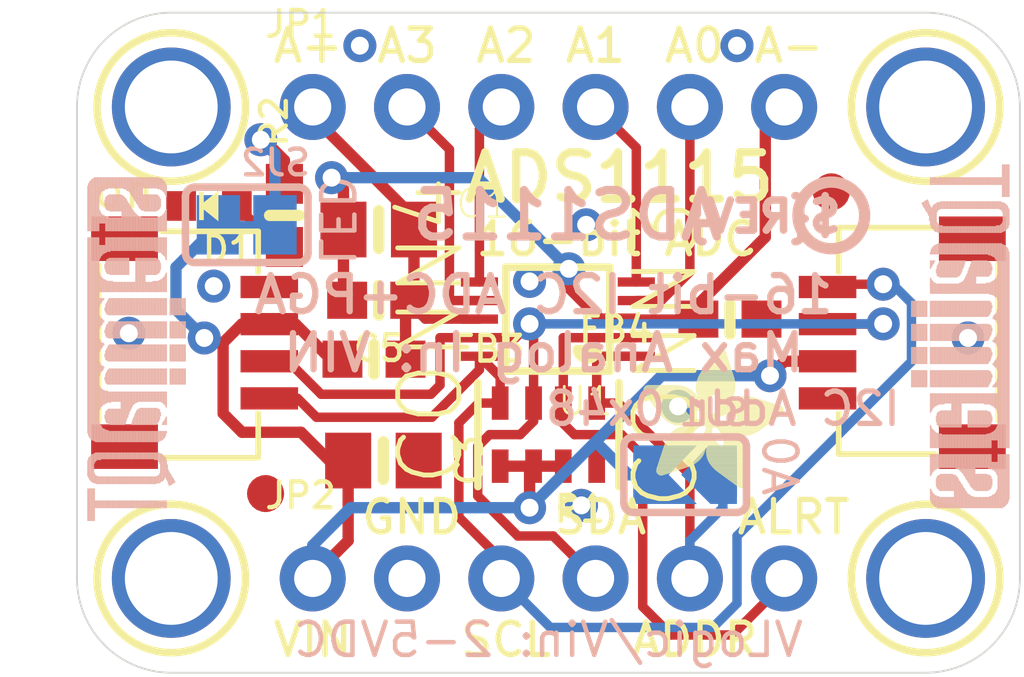
<source format=kicad_pcb>
(kicad_pcb (version 20240108) (generator "pcbnew") (generator_version "8.0")
  (layers (0 "F.Cu" signal) (31 "B.Cu" signal) (34 "B.Paste" user) (35 "F.Paste" user) (36 "B.SilkS" user "B.Silkscreen") (37 "F.SilkS" user "F.Silkscreen") (38 "B.Mask" user) (39 "F.Mask" user) (44 "Edge.Cuts" user))
  (net 0 "")
  (net 1 "GND")
  (net 2 "SCL")
  (net 3 "SDA")
  (net 4 "ADDR")
  (net 5 "ALERT")
  (net 6 "AIN0")
  (net 7 "AIN1")
  (net 8 "AIN2")
  (net 9 "AIN3")
  (net 10 "VCC")
  (net 11 "N$3")
  (net 12 "AVDD")
  (net 13 "AGND")
  (net 14 "N$1")
  (footprint "Adafruit ADS1115 ADC STEMMA QT:1X06_ROUND_70" (layer "F.Cu") (at 148.5011 98.6536)
    (property "Reference" "JP1" (at -7.6962 -1.8288 0) (layer "F.SilkS") (effects (font (size 0.692831 0.692831) (thickness 0.119969)) (justify left bottom)))
    (property "Value" "")
    (pad "1" thru_hole circle (at -6.35 0 90) (size 1.778 1.778) (drill 1) (layers "*.Cu" "*.Mask") (net 12 "AVDD"))
    (pad "2" thru_hole circle (at -3.81 0 90) (size 1.778 1.778) (drill 1) (layers "*.Cu" "*.Mask") (net 9 "AIN3"))
    (pad "3" thru_hole circle (at -1.27 0 90) (size 1.778 1.778) (drill 1) (layers "*.Cu" "*.Mask") (net 8 "AIN2"))
    (pad "4" thru_hole circle (at 1.27 0 90) (size 1.778 1.778) (drill 1) (layers "*.Cu" "*.Mask") (net 7 "AIN1"))
    (pad "5" thru_hole circle (at 3.81 0 90) (size 1.778 1.778) (drill 1) (layers "*.Cu" "*.Mask") (net 6 "AIN0"))
    (pad "6" thru_hole circle (at 6.35 0 90) (size 1.778 1.778) (drill 1) (layers "*.Cu" "*.Mask") (net 13 "AGND"))
  )
  (footprint "Adafruit ADS1115 ADC STEMMA QT:MOUNTINGHOLE_2.5_PLATED" (layer "F.Cu") (at 158.6611 111.3536)
    (property "Reference" "U$30" (hide yes))
    (property "Value" "MOUNTINGHOLE2.5" (hide yes))
    (pad "P$1" thru_hole circle (at 0 0) (size 3.2 3.2) (drill 2.5) (layers "*.Cu" "*.Mask"))
  )
  (footprint "Adafruit ADS1115 ADC STEMMA QT:0603-NO" (layer "F.Cu") (at 141.3891 101.5746 90)
    (property "Reference" "R2" (at 1.778 0.127 90) (layer "F.SilkS") (effects (font (size 0.692831 0.692831) (thickness 0.119969)) (justify left bottom)))
    (property "Value" "10K")
    (pad "1" smd rect (at -0.85 0 90) (size 1.075 1) (layers "F.Cu" "F.Paste" "F.Mask") (net 11 "N$3"))
    (pad "2" smd rect (at 0.85 0 90) (size 1.075 1) (layers "F.Cu" "F.Paste" "F.Mask") (net 14 "N$1"))
  )
  (footprint "Adafruit ADS1115 ADC STEMMA QT:0603-NO" (layer "F.Cu") (at 143.9291 103.8606 180)
    (property "Reference" "C5" (at -0.762 -0.889 0) (layer "F.SilkS") (effects (font (size 0.692831 0.692831) (thickness 0.119969)) (justify right top)))
    (property "Value" "0.1uF")
    (pad "1" smd rect (at -0.85 0 180) (size 1.075 1) (layers "F.Cu" "F.Paste" "F.Mask") (net 12 "AVDD"))
    (pad "2" smd rect (at 0.85 0 180) (size 1.075 1) (layers "F.Cu" "F.Paste" "F.Mask") (net 13 "AGND"))
  )
  (footprint "Adafruit ADS1115 ADC STEMMA QT:0805-NO" (layer "F.Cu") (at 144.0561 108.1786)
    (property "Reference" "C3" (at 1.905 -0.762 90) (layer "F.SilkS") (effects (font (size 0.692831 0.692831) (thickness 0.119969)) (justify right top)))
    (property "Value" "10uF")
    (pad "1" smd rect (at -0.95 0) (size 1.24 1.5) (layers "F.Cu" "F.Paste" "F.Mask") (net 10 "VCC"))
    (pad "2" smd rect (at 0.95 0) (size 1.24 1.5) (layers "F.Cu" "F.Paste" "F.Mask") (net 1 "GND"))
  )
  (footprint "Adafruit ADS1115 ADC STEMMA QT:0603-NO" (layer "F.Cu") (at 153.3906 104.3686 180)
    (property "Reference" "FB4" (at 2.032 0.127 0) (layer "F.SilkS") (effects (font (size 0.692831 0.692831) (thickness 0.119969)) (justify right top)))
    (property "Value" "FERRITE")
    (pad "1" smd rect (at -0.85 0 180) (size 1.075 1) (layers "F.Cu" "F.Paste" "F.Mask") (net 1 "GND"))
    (pad "2" smd rect (at 0.85 0 180) (size 1.075 1) (layers "F.Cu" "F.Paste" "F.Mask") (net 13 "AGND"))
  )
  (footprint "Adafruit ADS1115 ADC STEMMA QT:CHIPLED_0603_NOOUTLINE" (layer "F.Cu") (at 139.3571 101.3206 90)
    (property "Reference" "D1" (at -0.762 1.27 0) (layer "F.SilkS") (effects (font (size 0.692831 0.692831) (thickness 0.119969)) (justify right top)))
    (property "Value" "GREEN")
    (pad "A" smd rect (at 0 0.75 90) (size 0.8 0.8) (layers "F.Cu" "F.Paste" "F.Mask") (net 11 "N$3"))
    (pad "C" smd rect (at 0 -0.75 90) (size 0.8 0.8) (layers "F.Cu" "F.Paste" "F.Mask") (net 1 "GND"))
  )
  (footprint "Adafruit ADS1115 ADC STEMMA QT:FIDUCIAL_1MM" (layer "F.Cu") (at 140.8811 109.0676)
    (property "Reference" "FID3" (hide yes))
    (property "Value" "FIDUCIAL_1MM" (hide yes))
    (pad "1" smd roundrect (at 0 0) (size 1 1) (layers "F.Cu" "F.Mask") (roundrect_rratio 0.5))
  )
  (footprint "Adafruit ADS1115 ADC STEMMA QT:MOUNTINGHOLE_2.5_PLATED" (layer "F.Cu") (at 138.3411 111.3536)
    (property "Reference" "U$29" (hide yes))
    (property "Value" "MOUNTINGHOLE2.5" (hide yes))
    (pad "P$1" thru_hole circle (at 0 0) (size 3.2 3.2) (drill 2.5) (layers "*.Cu" "*.Mask"))
  )
  (footprint "Adafruit ADS1115 ADC STEMMA QT:JST_SH4" (layer "F.Cu") (at 138.4681 105.0036 -90)
    (property "Reference" "CONN4" (at -4.6 -5.9 90) (layer "F.SilkS") (effects (font (size 1.647139 1.647139) (thickness 0.130861)) (justify right top)))
    (property "Value" "STEMMA_I2C_QT" (hide yes))
    (pad "1" smd rect (at -1.5 -2.514) (size 1.55 0.6) (layers "F.Cu" "F.Paste" "F.Mask") (net 1 "GND"))
    (pad "2" smd rect (at -0.5 -2.514) (size 1.55 0.6) (layers "F.Cu" "F.Paste" "F.Mask") (net 10 "VCC"))
    (pad "3" smd rect (at 0.5 -2.514) (size 1.55 0.6) (layers "F.Cu" "F.Paste" "F.Mask") (net 3 "SDA"))
    (pad "4" smd rect (at 1.5 -2.514) (size 1.55 0.6) (layers "F.Cu" "F.Paste" "F.Mask") (net 2 "SCL"))
    (pad "MT1" smd rect (at -2.8 1.386) (size 1.8 1.2) (layers "F.Cu" "F.Paste" "F.Mask") (net 1 "GND"))
    (pad "MT2" smd rect (at 2.8 1.386) (size 1.8 1.2) (layers "F.Cu" "F.Paste" "F.Mask") (net 1 "GND"))
  )
  (footprint "Adafruit ADS1115 ADC STEMMA QT:0603-NO" (layer "F.Cu") (at 143.8021 105.4481)
    (property "Reference" "FB3" (at 2.032 0.127 0) (layer "F.SilkS") (effects (font (size 0.692831 0.692831) (thickness 0.119969)) (justify left bottom)))
    (property "Value" "FERRITE")
    (pad "1" smd rect (at -0.85 0) (size 1.075 1) (layers "F.Cu" "F.Paste" "F.Mask") (net 10 "VCC"))
    (pad "2" smd rect (at 0.85 0) (size 1.075 1) (layers "F.Cu" "F.Paste" "F.Mask") (net 12 "AVDD"))
  )
  (footprint "Adafruit ADS1115 ADC STEMMA QT:MOUNTINGHOLE_2.5_PLATED" (layer "F.Cu") (at 158.6611 98.6536)
    (property "Reference" "U$27" (hide yes))
    (property "Value" "MOUNTINGHOLE2.5" (hide yes))
    (pad "P$1" thru_hole circle (at 0 0) (size 3.2 3.2) (drill 2.5) (layers "*.Cu" "*.Mask"))
  )
  (footprint "Adafruit ADS1115 ADC STEMMA QT:1X06_ROUND_70" (layer "F.Cu") (at 148.5011 111.3536)
    (property "Reference" "JP2" (at -7.6962 -1.8288 0) (layer "F.SilkS") (effects (font (size 0.692831 0.692831) (thickness 0.119969)) (justify left bottom)))
    (property "Value" "")
    (pad "1" thru_hole circle (at -6.35 0 90) (size 1.778 1.778) (drill 1) (layers "*.Cu" "*.Mask") (net 10 "VCC"))
    (pad "2" thru_hole circle (at -3.81 0 90) (size 1.778 1.778) (drill 1) (layers "*.Cu" "*.Mask") (net 1 "GND"))
    (pad "3" thru_hole circle (at -1.27 0 90) (size 1.778 1.778) (drill 1) (layers "*.Cu" "*.Mask") (net 2 "SCL"))
    (pad "4" thru_hole circle (at 1.27 0 90) (size 1.778 1.778) (drill 1) (layers "*.Cu" "*.Mask") (net 3 "SDA"))
    (pad "5" thru_hole circle (at 3.81 0 90) (size 1.778 1.778) (drill 1) (layers "*.Cu" "*.Mask") (net 4 "ADDR"))
    (pad "6" thru_hole circle (at 6.35 0 90) (size 1.778 1.778) (drill 1) (layers "*.Cu" "*.Mask") (net 5 "ALERT"))
  )
  (footprint "Adafruit ADS1115 ADC STEMMA QT:0805-NO" (layer "F.Cu") (at 143.9291 101.9556)
    (property "Reference" "C1" (at 2.032 -0.254 0) (layer "F.SilkS") (effects (font (size 0.75948 0.75948) (thickness 0.05332)) (justify left bottom)))
    (property "Value" "10µF")
    (pad "1" smd rect (at -0.95 0) (size 1.24 1.5) (layers "F.Cu" "F.Paste" "F.Mask") (net 13 "AGND"))
    (pad "2" smd rect (at 0.95 0) (size 1.24 1.5) (layers "F.Cu" "F.Paste" "F.Mask") (net 12 "AVDD"))
  )
  (footprint "Adafruit ADS1115 ADC STEMMA QT:FIDUCIAL_1MM" (layer "F.Cu") (at 156.1211 100.9396)
    (property "Reference" "FID4" (hide yes))
    (property "Value" "FIDUCIAL_1MM" (hide yes))
    (pad "1" smd roundrect (at 0 0) (size 1 1) (layers "F.Cu" "F.Mask") (roundrect_rratio 0.5))
  )
  (footprint "Adafruit ADS1115 ADC STEMMA QT:MOUNTINGHOLE_2.5_PLATED" (layer "F.Cu") (at 138.3411 98.6536)
    (property "Reference" "U$25" (hide yes))
    (property "Value" "MOUNTINGHOLE2.5" (hide yes))
    (pad "P$1" thru_hole circle (at 0 0) (size 3.2 3.2) (drill 2.5) (layers "*.Cu" "*.Mask"))
  )
  (footprint "Adafruit ADS1115 ADC STEMMA QT:JST_SH4" (layer "F.Cu") (at 158.5341 105.0036 90)
    (property "Reference" "CONN3" (at -4.6 -5.9 90) (layer "F.SilkS") (effects (font (size 1.647139 1.647139) (thickness 0.130861)) (justify left bottom)))
    (property "Value" "STEMMA_I2C_QT" (hide yes))
    (pad "1" smd rect (at -1.5 -2.514 180) (size 1.55 0.6) (layers "F.Cu" "F.Paste" "F.Mask") (net 1 "GND"))
    (pad "2" smd rect (at -0.5 -2.514 180) (size 1.55 0.6) (layers "F.Cu" "F.Paste" "F.Mask") (net 10 "VCC"))
    (pad "3" smd rect (at 0.5 -2.514 180) (size 1.55 0.6) (layers "F.Cu" "F.Paste" "F.Mask") (net 3 "SDA"))
    (pad "4" smd rect (at 1.5 -2.514 180) (size 1.55 0.6) (layers "F.Cu" "F.Paste" "F.Mask") (net 2 "SCL"))
    (pad "MT1" smd rect (at -2.8 1.386 180) (size 1.8 1.2) (layers "F.Cu" "F.Paste" "F.Mask") (net 1 "GND"))
    (pad "MT2" smd rect (at 2.8 1.386 180) (size 1.8 1.2) (layers "F.Cu" "F.Paste" "F.Mask") (net 1 "GND"))
  )
  (footprint "Adafruit ADS1115 ADC STEMMA QT:MSOP10" (layer "F.Cu") (at 148.7551 104.3686 90)
    (property "Reference" "U1" (at -1.778 1.524 0) (layer "F.SilkS") (effects (font (size 0.739648 0.739648) (thickness 0.073152)) (justify right top)))
    (property "Value" "ADS1015IDGST")
    (pad "1" smd rect (at -1 2.1131 90) (size 0.25 1) (layers "F.Cu" "F.Paste" "F.Mask") (net 4 "ADDR"))
    (pad "2" smd rect (at -0.5 2.1131 90) (size 0.25 1) (layers "F.Cu" "F.Paste" "F.Mask") (net 5 "ALERT"))
    (pad "3" smd rect (at 0 2.1131 90) (size 0.25 1) (layers "F.Cu" "F.Paste" "F.Mask") (net 13 "AGND"))
    (pad "4" smd rect (at 0.5 2.1131 90) (size 0.25 1) (layers "F.Cu" "F.Paste" "F.Mask") (net 6 "AIN0"))
    (pad "5" smd rect (at 1 2.1131 90) (size 0.25 1) (layers "F.Cu" "F.Paste" "F.Mask") (net 7 "AIN1"))
    (pad "6" smd rect (at 1 -2.1131 270) (size 0.25 1) (layers "F.Cu" "F.Paste" "F.Mask") (net 8 "AIN2"))
    (pad "7" smd rect (at 0.5 -2.1131 270) (size 0.25 1) (layers "F.Cu" "F.Paste" "F.Mask") (net 9 "AIN3"))
    (pad "8" smd rect (at 0 -2.1131 270) (size 0.25 1) (layers "F.Cu" "F.Paste" "F.Mask") (net 12 "AVDD"))
    (pad "9" smd rect (at -0.5 -2.1131 270) (size 0.25 1) (layers "F.Cu" "F.Paste" "F.Mask") (net 3 "SDA"))
    (pad "10" smd rect (at -1 -2.1131 270) (size 0.25 1) (layers "F.Cu" "F.Paste" "F.Mask") (net 2 "SCL"))
  )
  (footprint "Adafruit ADS1115 ADC STEMMA QT:ADAFRUIT_3.5MM" (layer "F.Cu") (at 151.0411 108.9406)
    (property "Reference" "U$32" (hide yes))
    (property "Value" "" (hide yes))
  )
  (footprint "Adafruit ADS1115 ADC STEMMA QT:RESPACK_4X0603" (layer "F.Cu") (at 148.5011 107.4801 180)
    (property "Reference" "R1" (at -1.6 -1.6 0) (layer "F.SilkS") (effects (font (size 0.692831 0.692831) (thickness 0.119969)) (justify right top)))
    (property "Value" "10K")
    (pad "1" smd rect (at -1.3 0.85 180) (size 0.45 0.9) (layers "F.Cu" "F.Paste" "F.Mask") (net 4 "ADDR"))
    (pad "2" smd rect (at -0.4 0.85 180) (size 0.45 0.9) (layers "F.Cu" "F.Paste" "F.Mask") (net 5 "ALERT"))
    (pad "3" smd rect (at 0.4 0.85 180) (size 0.45 0.9) (layers "F.Cu" "F.Paste" "F.Mask") (net 3 "SDA"))
    (pad "4" smd rect (at 1.3 0.85 180) (size 0.45 0.9) (layers "F.Cu" "F.Paste" "F.Mask") (net 2 "SCL"))
    (pad "5" smd rect (at 1.3 -0.85 180) (size 0.45 0.9) (layers "F.Cu" "F.Paste" "F.Mask") (net 10 "VCC"))
    (pad "6" smd rect (at 0.4 -0.85 180) (size 0.45 0.9) (layers "F.Cu" "F.Paste" "F.Mask") (net 10 "VCC"))
    (pad "7" smd rect (at -0.4 -0.85 180) (size 0.45 0.9) (layers "F.Cu" "F.Paste" "F.Mask") (net 10 "VCC"))
    (pad "8" smd rect (at -1.3 -0.85 180) (size 0.45 0.9) (layers "F.Cu" "F.Paste" "F.Mask") (net 1 "GND"))
  )
  (footprint "Adafruit ADS1115 ADC STEMMA QT:STEMMAQT" (layer "B.Cu") (at 158.2801 109.4486 90)
    (property "Reference" "U$34" (hide yes))
    (property "Value" "" (hide yes))
  )
  (footprint "Adafruit ADS1115 ADC STEMMA QT:STEMMAQT" (layer "B.Cu") (at 138.7221 100.5586 -90)
    (property "Reference" "U$35" (hide yes))
    (property "Value" "" (hide yes))
  )
  (footprint "Adafruit ADS1115 ADC STEMMA QT:SOLDERJUMPER_CLOSEDWIRE" (layer "B.Cu") (at 140.3731 101.8286 180)
    (property "Reference" "SJ2" (at -1.778 1.27 -0) (layer "B.SilkS") (effects (font (size 0.692831 0.692831) (thickness 0.119969)) (justify left bottom mirror)))
    (property "Value" "")
    (pad "1" smd rect (at -0.762 0 180) (size 1.1684 1.6002) (layers "B.Cu") (net 14 "N$1"))
    (pad "2" smd rect (at 0.762 0 180) (size 1.1684 1.6002) (layers "B.Cu") (net 10 "VCC"))
    (pad "WIRE" smd rect (at 0 0) (size 0.635 0.2032) (layers "B.Cu"))
  )
  (footprint "Adafruit ADS1115 ADC STEMMA QT:PCBFEAT-REV-040" (layer "B.Cu") (at 156.1211 101.5746 180)
    (property "Reference" "U$33" (hide yes))
    (property "Value" "" (hide yes))
    (fp_text user "${REV}" (at -0.3556 -0.508 0) (layer "B.SilkS") (effects (font (size 0.8128 0.8128) (thickness 0.2032)) (justify left bottom mirror)))
  )
  (footprint "Adafruit ADS1115 ADC STEMMA QT:SOLDERJUMPER_ARROW_NOPASTE" (layer "B.Cu") (at 152.1841 108.5596 180)
    (property "Reference" "SJ1" (at -1.778 1.27 -0) (layer "B.SilkS") (effects (font (size 0.692831 0.692831) (thickness 0.119969)) (justify left bottom mirror)))
    (property "Value" "")
    (fp_poly (pts (xy 1.3946 -0.7882) (xy -0.315893 -0.7882) (xy 0.443148 0) (xy -0.315893 0.7882) (xy 1.3946 0.7882)) (fill solid) (layer "B.Cu"))
    (fp_poly (pts (xy 0.106121 -0.002663) (xy -0.679416 -0.7882) (xy -1.3946 -0.7882) (xy -1.3946 0.7882) (xy -0.62715 0.7882)) (fill solid) (layer "B.Cu"))
    (pad "1" smd roundrect (at -1.016 0 180) (size 0.762 1.524) (layers "B.Cu") (net 4 "ADDR"))
    (pad "2" smd roundrect (at 1.016 0 180) (size 0.762 1.524) (layers "B.Cu") (net 10 "VCC"))
  )
  (gr_arc (start 161.2011 111.3536) (mid 160.457151 113.149651) (end 158.6611 113.8936) (stroke (width 0.05)) (layer "Edge.Cuts"))
  (gr_line (start 161.2011 111.3536) (end 161.2011 98.6536) (stroke (width 0.05)) (layer "Edge.Cuts"))
  (gr_line (start 138.3411 113.8936) (end 158.6611 113.8936) (stroke (width 0.05)) (layer "Edge.Cuts"))
  (gr_line (start 135.8011 98.6536) (end 135.8011 111.3536) (stroke (width 0.05)) (layer "Edge.Cuts"))
  (gr_line (start 158.6611 96.1136) (end 138.3411 96.1136) (stroke (width 0.05)) (layer "Edge.Cuts"))
  (gr_arc (start 135.8011 98.6536) (mid 136.545049 96.857549) (end 138.3411 96.1136) (stroke (width 0.05)) (layer "Edge.Cuts"))
  (gr_arc (start 158.6611 96.1136) (mid 160.457151 96.857549) (end 161.2011 98.6536) (stroke (width 0.05)) (layer "Edge.Cuts"))
  (gr_arc (start 138.3411 113.8936) (mid 136.545049 113.149651) (end 135.8011 111.3536) (stroke (width 0.05)) (layer "Edge.Cuts"))
  (gr_text "I2C Addr 0x48" (at 153.2001 106.7816 0) (layer "B.SilkS") (effects (font (size 0.87376 0.87376) (thickness 0.14224)) (justify mirror)))
  (gr_text "VLogic/Vin: 2-5VDC" (at 148.5011 113.0046 0) (layer "B.SilkS") (effects (font (size 0.89408 0.89408) (thickness 0.12192)) (justify mirror)))
  (gr_text "LED" (at 142.7861 101.7016 270) (layer "B.SilkS") (effects (font (size 0.89408 0.89408) (thickness 0.12192)) (justify mirror)))
  (gr_text "ADS1115" (at 149.0091 101.5746 0) (layer "B.SilkS") (effects (font (size 1.25222 1.25222) (thickness 0.22098)) (justify mirror)))
  (gr_text "16-bit I2C ADC+PGA\nMax Analog In: VIN" (at 148.3741 104.4956 0) (layer "B.SilkS") (effects (font (size 0.97155 0.97155) (thickness 0.17145)) (justify mirror)))
  (gr_text "A0" (at 154.7241 108.3056 270) (layer "B.SilkS") (effects (font (size 0.89408 0.89408) (thickness 0.12192)) (justify mirror)))
  (gr_text "VIN" (at 142.1511 113.0046 0) (layer "F.SilkS") (effects (font (size 0.87376 0.87376) (thickness 0.14224))))
  (gr_text "A3" (at 144.6911 97.0026 0) (layer "F.SilkS") (effects (font (size 0.87376 0.87376) (thickness 0.14224))))
  (gr_text "A2" (at 147.3581 97.0026 0) (layer "F.SilkS") (effects (font (size 0.87376 0.87376) (thickness 0.14224))))
  (gr_text "16-bit ADC" (at 150.3426 102.2096 0) (layer "F.SilkS") (effects (font (size 0.8636 0.8636) (thickness 0.1524))))
  (gr_text "A0" (at 152.4381 97.0026 0) (layer "F.SilkS") (effects (font (size 0.87376 0.87376) (thickness 0.14224))))
  (gr_text "SDA" (at 149.8981 109.7026 0) (layer "F.SilkS") (effects (font (size 0.87376 0.87376) (thickness 0.14224))))
  (gr_text "SCL" (at 147.3581 113.0046 0) (layer "F.SilkS") (effects (font (size 0.87376 0.87376) (thickness 0.14224))))
  (gr_text "A+" (at 142.0241 97.0026 0) (layer "F.SilkS") (effects (font (size 0.87376 0.87376) (thickness 0.14224))))
  (gr_text "ADS1115" (at 150.4061 100.5586 0) (layer "F.SilkS") (effects (font (size 1.25222 1.25222) (thickness 0.22098))))
  (gr_text "A1" (at 149.7711 97.0026 0) (layer "F.SilkS") (effects (font (size 0.87376 0.87376) (thickness 0.14224))))
  (gr_text "ALRT" (at 155.1051 109.7026 0) (layer "F.SilkS") (effects (font (size 0.87376 0.87376) (thickness 0.14224))))
  (gr_text "on" (at 136.1821 101.4476 0) (layer "F.SilkS") (effects (font (size 0.89408 0.89408) (thickness 0.12192)) (justify left bottom)))
  (gr_text "A-" (at 154.9781 97.0026 0) (layer "F.SilkS") (effects (font (size 0.87376 0.87376) (thickness 0.14224))))
  (gr_text "ADDR" (at 152.4381 113.0046 0) (layer "F.SilkS") (effects (font (size 0.87376 0.87376) (thickness 0.14224))))
  (gr_text "GND" (at 144.8181 109.7026 0) (layer "F.SilkS") (effects (font (size 0.87376 0.87376) (thickness 0.14224))))
  (via (at 149.3901 109.3851) (size 0.889) (drill 0.4826) (layers "F.Cu" "B.Cu") (net 1))
  (via (at 151.9936 106.7181) (size 0.889) (drill 0.4826) (layers "F.Cu" "B.Cu") (net 1))
  (via (at 143.4211 97.0026) (size 0.889) (drill 0.4826) (layers "F.Cu" "B.Cu") (net 1))
  (via (at 153.5811 97.0026) (size 0.889) (drill 0.4826) (layers "F.Cu" "B.Cu") (net 1))
  (via (at 137.1981 104.7496) (size 0.889) (drill 0.4826) (layers "F.Cu" "B.Cu") (net 1))
  (via (at 159.8041 104.8766) (size 0.889) (drill 0.4826) (layers "F.Cu" "B.Cu") (net 1))
  (via (at 147.9931 103.3526) (size 0.889) (drill 0.4826) (layers "F.Cu" "B.Cu") (net 1))
  (via (at 149.5171 101.8286) (size 0.889) (drill 0.4826) (layers "F.Cu" "B.Cu") (net 1))
  (via (at 139.4841 103.4796) (size 0.889) (drill 0.4826) (layers "F.Cu" "B.Cu") (net 1))
  (segment (start 147.2011 106.6301) (end 146.6206 106.6301) (width 0.254) (layer "F.Cu") (net 2))
  (segment (start 145.361681 107.0116) (end 142.2521 107.0116) (width 0.254) (layer "F.Cu") (net 2))
  (segment (start 156.0201 103.5036) (end 156.0949 103.4288) (width 0.254) (layer "F.Cu") (net 2))
  (segment (start 140.9821 106.5036) (end 141.7441 106.5036) (width 0.254) (layer "F.Cu") (net 2))
  (segment (start 146.642 105.3686) (end 147.2011 105.9277) (width 0.254) (layer "F.Cu") (net 2))
  (segment (start 142.2521 107.0116) (end 141.7441 106.5036) (width 0.254) (layer "F.Cu") (net 2))
  (segment (start 146.6206 106.6301) (end 146.0881 107.1626) (width 0.254) (layer "F.Cu") (net 2))
  (segment (start 146.0881 109.7026) (end 147.2311 110.8456) (width 0.254) (layer "F.Cu") (net 2))
  (segment (start 146.642 105.731282) (end 145.361681 107.0116) (width 0.254) (layer "F.Cu") (net 2))
  (segment (start 147.2011 105.9277) (end 147.2011 106.6301) (width 0.254) (layer "F.Cu") (net 2))
  (segment (start 146.0881 107.1626) (end 146.0881 109.7026) (width 0.254) (layer "F.Cu") (net 2))
  (segment (start 156.0949 103.4288) (end 157.5181 103.4288) (width 0.254) (layer "F.Cu") (net 2))
  (segment (start 147.2311 110.8456) (end 147.2311 111.3536) (width 0.254) (layer "F.Cu") (net 2))
  (segment (start 146.642 105.3686) (end 146.642 105.731282) (width 0.254) (layer "F.Cu") (net 2))
  (via (at 157.5181 103.4288) (size 0.889) (drill 0.4826) (layers "F.Cu" "B.Cu") (net 2))
  (segment (start 153.5811 112.025894) (end 152.932593 112.6744) (width 0.254) (layer "B.Cu") (net 2))
  (segment (start 158.2801 103.9368) (end 157.7721 103.4288) (width 0.254) (layer "B.Cu") (net 2))
  (segment (start 153.5811 110.2106) (end 158.2801 105.5116) (width 0.254) (layer "B.Cu") (net 2))
  (segment (start 152.932593 112.6744) (end 148.5519 112.6744) (width 0.254) (layer "B.Cu") (net 2))
  (segment (start 158.2801 105.5116) (end 158.2801 103.9368) (width 0.254) (layer "B.Cu") (net 2))
  (segment (start 153.5811 110.2106) (end 153.5811 112.025894) (width 0.254) (layer "B.Cu") (net 2))
  (segment (start 157.7721 103.4288) (end 157.5181 103.4288) (width 0.254) (layer "B.Cu") (net 2))
  (segment (start 148.5519 112.6744) (end 147.2311 111.3536) (width 0.254) (layer "B.Cu") (net 2))
  (segment (start 147.9931 104.4956) (end 148.1011 104.6036) (width 0.254) (layer "F.Cu") (net 3))
  (segment (start 141.4901 105.5036) (end 140.9821 105.5036) (width 0.254) (layer "F.Cu") (net 3))
  (segment (start 148.1011 107.1181) (end 147.7391 107.4801) (width 0.254) (layer "F.Cu") (net 3))
  (segment (start 146.642 104.8686) (end 145.5801 104.8686) (width 0.254) (layer "F.Cu") (net 3))
  (segment (start 157.5101 104.5036) (end 157.5181 104.4956) (width 0.254) (layer "F.Cu") (net 3))
  (segment (start 147.6201 104.8686) (end 146.642 104.8686) (width 0.254) (layer "F.Cu") (net 3))
  (segment (start 148.1011 106.6301) (end 148.1011 107.1181) (width 0.254) (layer "F.Cu") (net 3))
  (segment (start 148.6281 110.2106) (end 147.6756 110.2106) (width 0.254) (layer "F.Cu") (net 3))
  (segment (start 146.5961 107.7976) (end 146.5961 109.1311) (width 0.254) (layer "F.Cu") (net 3))
  (segment (start 145.5801 106.1466) (end 145.3341 106.3926) (width 0.254) (layer "F.Cu") (net 3))
  (segment (start 146.5961 109.1311) (end 147.6756 110.2106) (width 0.254) (layer "F.Cu") (net 3))
  (segment (start 145.5801 104.8686) (end 145.5801 106.1466) (width 0.254) (layer "F.Cu") (net 3))
  (segment (start 147.7391 107.4801) (end 146.9136 107.4801) (width 0.254) (layer "F.Cu") (net 3))
  (segment (start 142.3791 106.3926) (end 141.4901 105.5036) (width 0.254) (layer "F.Cu") (net 3))
  (segment (start 145.3341 106.3926) (end 142.3791 106.3926) (width 0.254) (layer "F.Cu") (net 3))
  (segment (start 147.9931 104.4956) (end 147.6201 104.8686) (width 0.254) (layer "F.Cu") (net 3))
  (segment (start 148.6281 110.2106) (end 149.7711 111.3536) (width 0.254) (layer "F.Cu") (net 3))
  (segment (start 148.1011 104.6036) (end 148.1011 106.6301) (width 0.254) (layer "F.Cu") (net 3))
  (segment (start 156.0201 104.5036) (end 157.5101 104.5036) (width 0.254) (layer "F.Cu") (net 3))
  (segment (start 146.9136 107.4801) (end 146.5961 107.7976) (width 0.254) (layer "F.Cu") (net 3))
  (via (at 157.5181 104.4956) (size 0.889) (drill 0.4826) (layers "F.Cu" "B.Cu") (net 3))
  (via (at 147.9931 104.4956) (size 0.889) (drill 0.4826) (layers "F.Cu" "B.Cu") (net 3))
  (segment (start 157.5181 104.4956) (end 147.9931 104.4956) (width 0.254) (layer "B.Cu") (net 3))
  (segment (start 149.8011 105.3686) (end 149.8011 106.6301) (width 0.254) (layer "F.Cu") (net 4))
  (segment (start 150.3816 106.6301) (end 152.3111 108.5596) (width 0.254) (layer "F.Cu") (net 4))
  (segment (start 152.3111 108.5596) (end 152.3111 111.3536) (width 0.254) (layer "F.Cu") (net 4))
  (segment (start 149.8011 106.6301) (end 150.3816 106.6301) (width 0.254) (layer "F.Cu") (net 4))
  (segment (start 150.8682 105.3686) (end 149.8011 105.3686) (width 0.254) (layer "F.Cu") (net 4))
  (segment (start 152.3111 110.3376) (end 152.3111 111.3536) (width 0.254) (layer "B.Cu") (net 4))
  (segment (start 153.2001 108.5596) (end 153.2001 109.4486) (width 0.254) (layer "B.Cu") (net 4))
  (segment (start 153.2001 109.4486) (end 152.3111 110.3376) (width 0.254) (layer "B.Cu") (net 4))
  (segment (start 148.9011 106.6301) (end 148.9011 107.1816) (width 0.254) (layer "F.Cu") (net 5))
  (segment (start 150.4696 107.4801) (end 151.0411 108.0516) (width 0.254) (layer "F.Cu") (net 5))
  (segment (start 149.1996 107.4801) (end 150.4696 107.4801) (width 0.254) (layer "F.Cu") (net 5))
  (segment (start 153.4541 112.8776) (end 154.8511 111.4806) (width 0.254) (layer "F.Cu") (net 5))
  (segment (start 154.8511 111.4806) (end 154.8511 111.3536) (width 0.254) (layer "F.Cu") (net 5))
  (segment (start 151.0411 108.0516) (end 151.0411 112.1156) (width 0.254) (layer "F.Cu") (net 5))
  (segment (start 148.9011 104.8686) (end 148.9011 106.6301) (width 0.254) (layer "F.Cu") (net 5))
  (segment (start 151.8031 112.8776) (end 153.4541 112.8776) (width 0.254) (layer "F.Cu") (net 5))
  (segment (start 148.9011 107.1816) (end 149.1996 107.4801) (width 0.254) (layer "F.Cu") (net 5))
  (segment (start 150.8682 104.8686) (end 148.9011 104.8686) (width 0.254) (layer "F.Cu") (net 5))
  (segment (start 151.0411 112.1156) (end 151.8031 112.8776) (width 0.254) (layer "F.Cu") (net 5))
  (segment (start 150.8682 103.8686) (end 151.5411 103.8686) (width 0.254) (layer "F.Cu") (net 6))
  (segment (start 152.3111 103.0986) (end 152.3111 98.6536) (width 0.254) (layer "F.Cu") (net 6))
  (segment (start 151.5411 103.8686) (end 152.3111 103.0986) (width 0.254) (layer "F.Cu") (net 6))
  (segment (start 150.8682 99.7507) (end 149.7711 98.6536) (width 0.254) (layer "F.Cu") (net 7))
  (segment (start 150.8682 103.3686) (end 150.8682 99.7507) (width 0.254) (layer "F.Cu") (net 7))
  (segment (start 146.642 103.3686) (end 146.642 99.2427) (width 0.254) (layer "F.Cu") (net 8))
  (segment (start 146.642 99.2427) (end 147.2311 98.6536) (width 0.254) (layer "F.Cu") (net 8))
  (segment (start 145.8341 103.8686) (end 146.642 103.8686) (width 0.254) (layer "F.Cu") (net 9))
  (segment (start 145.8341 99.7966) (end 145.8341 103.8686) (width 0.254) (layer "F.Cu") (net 9))
  (segment (start 144.6911 98.6536) (end 145.8341 99.7966) (width 0.254) (layer "F.Cu") (net 9))
  (segment (start 143.1061 110.3376) (end 142.1511 111.2926) (width 0.3048) (layer "F.Cu") (net 10))
  (segment (start 142.5981 108.1786) (end 141.8361 107.4166) (width 0.3048) (layer "F.Cu") (net 10))
  (segment (start 142.6346 105.4481) (end 141.6901 104.5036) (width 0.3048) (layer "F.Cu") (net 10))
  (segment (start 139.3571 105.0036) (end 139.7381 105.0036) (width 0.3048) (layer "F.Cu") (net 10))
  (segment (start 139.7381 106.9086) (end 140.2461 107.4166) (width 0.3048) (layer "F.Cu") (net 10))
  (segment (start 142.6346 105.4481) (end 142.9521 105.4481) (width 0.3048) (layer "F.Cu") (net 10))
  (segment (start 140.9821 104.5036) (end 140.2381 104.5036) (width 0.3048) (layer "F.Cu") (net 10))
  (segment (start 140.2461 107.4166) (end 141.8361 107.4166) (width 0.3048) (layer "F.Cu") (net 10))
  (segment (start 154.8591 105.5036) (end 154.4701 105.8926) (width 0.3048) (layer "F.Cu") (net 10))
  (segment (start 148.1011 108.3301) (end 147.9931 108.4381) (width 0.3048) (layer "F.Cu") (net 10))
  (segment (start 142.5981 108.1786) (end 143.1061 108.1786) (width 0.3048) (layer "F.Cu") (net 10))
  (segment (start 140.9821 104.5036) (end 141.6901 104.5036) (width 0.3048) (layer "F.Cu") (net 10))
  (segment (start 142.1511 111.3536) (end 142.1511 111.2926) (width 0.3048) (layer "F.Cu") (net 10))
  (segment (start 147.9931 108.4381) (end 147.9931 109.4486) (width 0.3048) (layer "F.Cu") (net 10))
  (segment (start 156.0201 105.5036) (end 154.8591 105.5036) (width 0.3048) (layer "F.Cu") (net 10))
  (segment (start 139.7381 105.0036) (end 139.7381 106.9086) (width 0.3048) (layer "F.Cu") (net 10))
  (segment (start 148.1011 108.3301) (end 148.9011 108.3301) (width 0.3048) (layer "F.Cu") (net 10))
  (segment (start 143.1061 110.3376) (end 143.1061 108.1786) (width 0.3048) (layer "F.Cu") (net 10))
  (segment (start 139.2301 104.8766) (end 139.3571 105.0036) (width 0.3048) (layer "F.Cu") (net 10))
  (segment (start 140.2381 104.5036) (end 139.7381 105.0036) (width 0.3048) (layer "F.Cu") (net 10))
  (segment (start 147.2011 108.3301) (end 148.1011 108.3301) (width 0.3048) (layer "F.Cu") (net 10))
  (via (at 147.9931 109.4486) (size 0.889) (drill 0.4826) (layers "F.Cu" "B.Cu") (net 10))
  (via (at 154.4701 105.8926) (size 0.889) (drill 0.4826) (layers "F.Cu" "B.Cu") (net 10))
  (via (at 139.2301 104.8766) (size 0.889) (drill 0.4826) (layers "F.Cu" "B.Cu") (net 10))
  (segment (start 151.5491 105.8926) (end 149.7711 107.6706) (width 0.3048) (layer "B.Cu") (net 10))
  (segment (start 149.7711 107.6706) (end 147.9931 109.4486) (width 0.3048) (layer "B.Cu") (net 10))
  (segment (start 151.1681 108.5596) (end 150.6601 108.5596) (width 0.3048) (layer "B.Cu") (net 10))
  (segment (start 142.1511 110.4646) (end 142.1511 111.3536) (width 0.3048) (layer "B.Cu") (net 10))
  (segment (start 138.4681 104.1146) (end 139.2301 104.8766) (width 0.3048) (layer "B.Cu") (net 10))
  (segment (start 150.6601 108.5596) (end 149.7711 107.6706) (width 0.3048) (layer "B.Cu") (net 10))
  (segment (start 138.4681 102.9716) (end 138.4681 104.1146) (width 0.3048) (layer "B.Cu") (net 10))
  (segment (start 154.4701 105.8926) (end 151.5491 105.8926) (width 0.3048) (layer "B.Cu") (net 10))
  (segment (start 147.9931 109.4486) (end 143.1671 109.4486) (width 0.3048) (layer "B.Cu") (net 10))
  (segment (start 139.6111 101.8286) (end 138.4681 102.9716) (width 0.3048) (layer "B.Cu") (net 10))
  (segment (start 143.1671 109.4486) (end 142.1511 110.4646) (width 0.3048) (layer "B.Cu") (net 10))
  (segment (start 140.1071 101.3206) (end 141.3891 102.6026) (width 0.254) (layer "F.Cu") (net 11))
  (segment (start 141.3891 102.4246) (end 141.3891 102.6026) (width 0.254) (layer "F.Cu") (net 11))
  (segment (start 144.8791 103.7606) (end 144.7791 103.8606) (width 0.3048) (layer "F.Cu") (net 12))
  (segment (start 145.1815 104.3686) (end 144.7791 103.9662) (width 0.254) (layer "F.Cu") (net 12))
  (segment (start 144.7791 103.8606) (end 144.6521 103.9876) (width 0.3048) (layer "F.Cu") (net 12))
  (segment (start 144.6521 103.9876) (end 144.6521 105.4481) (width 0.3048) (layer "F.Cu") (net 12))
  (segment (start 144.7791 103.9662) (end 144.7791 103.8606) (width 0.254) (layer "F.Cu") (net 12))
  (segment (start 144.8791 101.6356) (end 142.1511 98.9076) (width 0.3048) (layer "F.Cu") (net 12))
  (segment (start 144.8791 101.6356) (end 144.8791 101.9556) (width 0.3048) (layer "F.Cu") (net 12))
  (segment (start 146.642 104.3686) (end 145.1815 104.3686) (width 0.254) (layer "F.Cu") (net 12))
  (segment (start 142.1511 98.6536) (end 142.1511 98.9076) (width 0.3048) (layer "F.Cu") (net 12))
  (segment (start 144.8791 101.9556) (end 144.8791 103.7606) (width 0.3048) (layer "F.Cu") (net 12))
  (segment (start 143.0791 103.8606) (end 142.9791 103.7606) (width 0.3048) (layer "F.Cu") (net 13))
  (segment (start 149.050762 103.013263) (end 149.050762 103.521263) (width 0.3048) (layer "F.Cu") (net 13))
  (segment (start 152.1371 104.238197) (end 152.006696 104.3686) (width 0.3048) (layer "F.Cu") (net 13))
  (segment (start 142.9791 100.8786) (end 142.6591 100.5586) (width 0.3048) (layer "F.Cu") (net 13))
  (segment (start 154.3431 102.159197) (end 152.233081 104.269216) (width 0.3048) (layer "F.Cu") (net 13))
  (segment (start 149.8981 104.3686) (end 150.8682 104.3686) (width 0.3048) (layer "F.Cu") (net 13))
  (segment (start 149.8981 104.3686) (end 149.050762 103.521263) (width 0.3048) (layer "F.Cu") (net 13))
  (segment (start 154.3431 99.1616) (end 154.3431 102.159197) (width 0.3048) (layer "F.Cu") (net 13))
  (segment (start 142.9791 101.9556) (end 142.9791 103.7606) (width 0.3048) (layer "F.Cu") (net 13))
  (segment (start 152.1371 104.238197) (end 152.233081 104.269216) (width 0.254) (layer "F.Cu") (net 13))
  (segment (start 142.9791 101.9556) (end 142.9791 100.8786) (width 0.3048) (layer "F.Cu") (net 13))
  (segment (start 154.8511 98.6536) (end 154.3431 99.1616) (width 0.3048) (layer "F.Cu") (net 13))
  (segment (start 150.8682 104.3686) (end 152.006696 104.3686) (width 0.254) (layer "F.Cu") (net 13))
  (segment (start 152.233081 104.269216) (end 152.5406 104.3686) (width 0.254) (layer "F.Cu") (net 13))
  (via (at 142.6591 100.5586) (size 0.889) (drill 0.4826) (layers "F.Cu" "B.Cu") (net 13))
  (via (at 149.050762 103.013263) (size 0.889) (drill 0.4826) (layers "F.Cu" "B.Cu") (net 13))
  (segment (start 146.5961 100.5586) (end 149.050762 103.013263) (width 0.3048) (layer "B.Cu") (net 13))
  (segment (start 142.6591 100.5586) (end 146.5961 100.5586) (width 0.3048) (layer "B.Cu") (net 13))
  (segment (start 141.3891 100.0896) (end 141.0081 99.7086) (width 0.3048) (layer "F.Cu") (net 14))
  (segment (start 141.3891 100.7246) (end 141.3891 100.0896) (width 0.3048) (layer "F.Cu") (net 14))
  (segment (start 140.9264 99.7086) (end 140.7541 99.5363) (width 0.3048) (layer "F.Cu") (net 14))
  (segment (start 141.0081 99.7086) (end 140.9264 99.7086) (width 0.3048) (layer "F.Cu") (net 14))
  (via (at 140.7541 99.5363) (size 0.889) (drill 0.4826) (layers "F.Cu" "B.Cu") (net 14))
  (segment (start 141.1351 99.9173) (end 140.7541 99.5363) (width 0.3048) (layer "B.Cu") (net 14))
  (segment (start 141.1351 101.8286) (end 141.1351 99.9173) (width 0.3048) (layer "B.Cu") (net 14))
)
</source>
